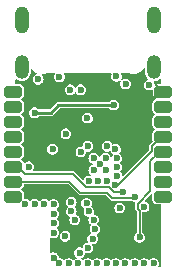
<source format=gbr>
%TF.GenerationSoftware,KiCad,Pcbnew,7.0.6*%
%TF.CreationDate,2023-09-20T23:26:58+02:00*%
%TF.ProjectId,epi_ESP32 (2023_01_16 13_30_41 UTC),6570695f-4553-4503-9332-202832303233,1_1*%
%TF.SameCoordinates,Original*%
%TF.FileFunction,Copper,L3,Inr*%
%TF.FilePolarity,Positive*%
%FSLAX46Y46*%
G04 Gerber Fmt 4.6, Leading zero omitted, Abs format (unit mm)*
G04 Created by KiCad (PCBNEW 7.0.6) date 2023-09-20 23:26:58*
%MOMM*%
%LPD*%
G01*
G04 APERTURE LIST*
G04 Aperture macros list*
%AMRoundRect*
0 Rectangle with rounded corners*
0 $1 Rounding radius*
0 $2 $3 $4 $5 $6 $7 $8 $9 X,Y pos of 4 corners*
0 Add a 4 corners polygon primitive as box body*
4,1,4,$2,$3,$4,$5,$6,$7,$8,$9,$2,$3,0*
0 Add four circle primitives for the rounded corners*
1,1,$1+$1,$2,$3*
1,1,$1+$1,$4,$5*
1,1,$1+$1,$6,$7*
1,1,$1+$1,$8,$9*
0 Add four rect primitives between the rounded corners*
20,1,$1+$1,$2,$3,$4,$5,0*
20,1,$1+$1,$4,$5,$6,$7,0*
20,1,$1+$1,$6,$7,$8,$9,0*
20,1,$1+$1,$8,$9,$2,$3,0*%
G04 Aperture macros list end*
%TA.AperFunction,ComponentPad*%
%ADD10O,1.200000X2.000000*%
%TD*%
%TA.AperFunction,ComponentPad*%
%ADD11O,1.200000X2.300000*%
%TD*%
%TA.AperFunction,ComponentPad*%
%ADD12RoundRect,0.250000X-0.500000X-0.250000X0.500000X-0.250000X0.500000X0.250000X-0.500000X0.250000X0*%
%TD*%
%TA.AperFunction,ViaPad*%
%ADD13C,0.600000*%
%TD*%
%TA.AperFunction,Conductor*%
%ADD14C,0.130000*%
%TD*%
%TA.AperFunction,Conductor*%
%ADD15C,0.250000*%
%TD*%
G04 APERTURE END LIST*
D10*
%TO.N,unconnected-(J3-SHIELD-PadS1)*%
%TO.C,J3*%
X109840000Y-55105000D03*
D11*
X109840000Y-51105000D03*
D10*
X98640000Y-55105000D03*
D11*
X98640000Y-51105000D03*
%TD*%
D12*
%TO.N,+3.3V*%
%TO.C,J2*%
X110592518Y-57150000D03*
%TO.N,GND*%
X110592518Y-58420000D03*
%TO.N,VCC*%
X110592518Y-59690000D03*
%TO.N,EN*%
X110592518Y-60960000D03*
%TO.N,BOOT*%
X110592518Y-62230000D03*
%TO.N,IO8*%
X110592518Y-63500000D03*
%TO.N,IO7*%
X110592518Y-64770000D03*
%TO.N,IO6*%
X110592518Y-66040000D03*
%TD*%
%TO.N,U0TXD*%
%TO.C,J1*%
X97892518Y-57150000D03*
%TO.N,U0RXD*%
X97892518Y-58420000D03*
%TO.N,IO0*%
X97892518Y-59690000D03*
%TO.N,IO1*%
X97892518Y-60960000D03*
%TO.N,IO2*%
X97892518Y-62230000D03*
%TO.N,IO3*%
X97892518Y-63500000D03*
%TO.N,IO4*%
X97892518Y-64770000D03*
%TO.N,IO5*%
X97892518Y-66040000D03*
%TD*%
D13*
%TO.N,BOOT*%
X108600000Y-69500000D03*
%TO.N,GND*%
X105220036Y-63300000D03*
X109000000Y-71700000D03*
X109800000Y-71700000D03*
X106600000Y-71700000D03*
X108200000Y-71700000D03*
X107400000Y-71700000D03*
%TO.N,IO0*%
X104305281Y-64731900D03*
%TO.N,IO1*%
X105054574Y-64749607D03*
%TO.N,IO2*%
X105804067Y-64745775D03*
%TO.N,+5V*%
X109420036Y-56600000D03*
X106640000Y-55855000D03*
X101820036Y-55900000D03*
%TO.N,GND*%
X103520036Y-70800000D03*
X103120036Y-68000000D03*
X104195036Y-59400000D03*
X105020036Y-71700000D03*
X104720036Y-62800000D03*
X104120036Y-66617081D03*
X98920036Y-66700000D03*
X99220036Y-63500000D03*
X104320036Y-67300000D03*
X104220036Y-71700000D03*
X101320036Y-71200000D03*
X101320036Y-68300000D03*
X102820036Y-67300000D03*
X102620036Y-71700000D03*
X105820036Y-71700000D03*
X104620036Y-69600000D03*
X104220036Y-70400000D03*
X104720036Y-68000000D03*
X102300000Y-69400000D03*
X107420036Y-56500000D03*
X99720036Y-66700000D03*
X105720036Y-63800000D03*
X104820036Y-68800000D03*
X101232134Y-62037902D03*
X105720036Y-62800000D03*
X101820036Y-71700000D03*
X102820036Y-66500000D03*
X101320036Y-66710000D03*
X108985500Y-66900000D03*
X104720036Y-63800000D03*
X100520036Y-66700000D03*
X100020036Y-56100000D03*
X101320036Y-67500000D03*
X106920036Y-67000000D03*
X103420036Y-71700000D03*
X101320036Y-69100000D03*
%TO.N,+3.3V*%
X102405536Y-59400000D03*
X105540036Y-67900000D03*
X109620036Y-67900000D03*
X107720036Y-59000000D03*
X100635036Y-65800000D03*
%TO.N,IO3*%
X107220036Y-65666775D03*
%TO.N,D+*%
X102720036Y-57000000D03*
X103642889Y-62251013D03*
%TO.N,D-*%
X104232169Y-61787867D03*
X103620036Y-57000000D03*
%TO.N,IO4*%
X108223832Y-66040684D03*
%TO.N,IO8*%
X106562914Y-62029500D03*
%TO.N,IO5*%
X106694275Y-64312553D03*
%TO.N,EN*%
X106501815Y-65036924D03*
%TO.N,BOOT*%
X105851172Y-61779520D03*
%TO.N,U0RXD*%
X102370036Y-60725000D03*
%TO.N,IO7*%
X106669536Y-62808045D03*
%TO.N,IO6*%
X106669536Y-63557548D03*
%TO.N,VCC*%
X106400000Y-58300000D03*
X99720036Y-58934500D03*
%TD*%
D14*
%TO.N,IO3*%
X98920036Y-64100000D02*
X98319962Y-63499926D01*
X102945061Y-64100000D02*
X98920036Y-64100000D01*
X104109668Y-65264607D02*
X102945061Y-64100000D01*
X106403346Y-65666775D02*
X106001178Y-65264607D01*
X107220036Y-65666775D02*
X106403346Y-65666775D01*
X106001178Y-65264607D02*
X104109668Y-65264607D01*
%TO.N,BOOT*%
X109500000Y-63068869D02*
X110338445Y-62230424D01*
X108470500Y-66629500D02*
X109500000Y-65600000D01*
X108470500Y-67113320D02*
X108470500Y-66629500D01*
X108600000Y-69500000D02*
X108600000Y-67242820D01*
X108600000Y-67242820D02*
X108470500Y-67113320D01*
X109500000Y-65600000D02*
X109500000Y-63068869D01*
D15*
%TO.N,VCC*%
X101720036Y-58300000D02*
X101085536Y-58934500D01*
X101085536Y-58934500D02*
X99720036Y-58934500D01*
X106400000Y-58300000D02*
X101720036Y-58300000D01*
D14*
%TO.N,IO4*%
X103600000Y-65700000D02*
X102669926Y-64769926D01*
X106302071Y-66181775D02*
X105820296Y-65700000D01*
X102669926Y-64769926D02*
X98157963Y-64769926D01*
X108082741Y-66181775D02*
X106302071Y-66181775D01*
X108223832Y-66040684D02*
X108082741Y-66181775D01*
X105820296Y-65700000D02*
X103600000Y-65700000D01*
%TO.N,EN*%
X110336332Y-61078577D02*
X110336332Y-60960426D01*
X109627518Y-62172482D02*
X109627518Y-61787391D01*
X109627518Y-61787391D02*
X110336332Y-61078577D01*
X106763076Y-65036924D02*
X109627518Y-62172482D01*
X106501815Y-65036924D02*
X106763076Y-65036924D01*
D15*
%TO.N,+3.3V*%
X109567518Y-57853011D02*
X110269992Y-57150537D01*
%TD*%
%TA.AperFunction,Conductor*%
%TO.N,+3.3V*%
G36*
X102599408Y-65004171D02*
G01*
X103443038Y-65847802D01*
X103444191Y-65849016D01*
X103470503Y-65878238D01*
X103479570Y-65882275D01*
X103492252Y-65887921D01*
X103501075Y-65892711D01*
X103521046Y-65905681D01*
X103529946Y-65907090D01*
X103545963Y-65911835D01*
X103554194Y-65915500D01*
X103578006Y-65915500D01*
X103588017Y-65916288D01*
X103611530Y-65920012D01*
X103619031Y-65918002D01*
X103620230Y-65917681D01*
X103636794Y-65915500D01*
X105704523Y-65915500D01*
X105749778Y-65934245D01*
X106145109Y-66329576D01*
X106146262Y-66330791D01*
X106172572Y-66360012D01*
X106194325Y-66369697D01*
X106203150Y-66374488D01*
X106223118Y-66387456D01*
X106227015Y-66388073D01*
X106232013Y-66388865D01*
X106248033Y-66393610D01*
X106256265Y-66397275D01*
X106280077Y-66397275D01*
X106290088Y-66398063D01*
X106313601Y-66401787D01*
X106322307Y-66399454D01*
X106338865Y-66397275D01*
X107926634Y-66397275D01*
X107961235Y-66407435D01*
X107992594Y-66427588D01*
X108034763Y-66454688D01*
X108159060Y-66491184D01*
X108159062Y-66491184D01*
X108197637Y-66491184D01*
X108242892Y-66509929D01*
X108261637Y-66555184D01*
X108256104Y-66581215D01*
X108255000Y-66583694D01*
X108255000Y-66607505D01*
X108254212Y-66617516D01*
X108250488Y-66641029D01*
X108250488Y-66641030D01*
X108252819Y-66649730D01*
X108255000Y-66666293D01*
X108255000Y-67106846D01*
X108254956Y-67108521D01*
X108252898Y-67147782D01*
X108252899Y-67147790D01*
X108261431Y-67170017D01*
X108264283Y-67179645D01*
X108269231Y-67202926D01*
X108269232Y-67202928D01*
X108269233Y-67202930D01*
X108274528Y-67210219D01*
X108282498Y-67224897D01*
X108285728Y-67233311D01*
X108302567Y-67250150D01*
X108309089Y-67257787D01*
X108323079Y-67277043D01*
X108323082Y-67277046D01*
X108330877Y-67281546D01*
X108344135Y-67291718D01*
X108365755Y-67313338D01*
X108384500Y-67358593D01*
X108384500Y-69068035D01*
X108365755Y-69113290D01*
X108355101Y-69121875D01*
X108301951Y-69156032D01*
X108301949Y-69156034D01*
X108217118Y-69253936D01*
X108217116Y-69253939D01*
X108163303Y-69371771D01*
X108144867Y-69500000D01*
X108163303Y-69628228D01*
X108217116Y-69746060D01*
X108217118Y-69746063D01*
X108301951Y-69843967D01*
X108410931Y-69914004D01*
X108535228Y-69950500D01*
X108535229Y-69950500D01*
X108664771Y-69950500D01*
X108664772Y-69950500D01*
X108789069Y-69914004D01*
X108898049Y-69843967D01*
X108982882Y-69746063D01*
X109036697Y-69628226D01*
X109055133Y-69500000D01*
X109036697Y-69371774D01*
X108982882Y-69253937D01*
X108898049Y-69156033D01*
X108898048Y-69156032D01*
X108844899Y-69121875D01*
X108816962Y-69081639D01*
X108815500Y-69068035D01*
X108815500Y-67405096D01*
X108834245Y-67359841D01*
X108879500Y-67341096D01*
X108897531Y-67343689D01*
X108920727Y-67350500D01*
X108920728Y-67350500D01*
X109050271Y-67350500D01*
X109050272Y-67350500D01*
X109174569Y-67314004D01*
X109283549Y-67243967D01*
X109368382Y-67146063D01*
X109422197Y-67028226D01*
X109440633Y-66900000D01*
X109422197Y-66771774D01*
X109393985Y-66710000D01*
X109368383Y-66653939D01*
X109368381Y-66653936D01*
X109336823Y-66617516D01*
X109283549Y-66556033D01*
X109283548Y-66556032D01*
X109174570Y-66485996D01*
X109080325Y-66458324D01*
X109042185Y-66427588D01*
X109036948Y-66378885D01*
X109053099Y-66351663D01*
X109582764Y-65821997D01*
X109628018Y-65803253D01*
X109673273Y-65821998D01*
X109692018Y-65867253D01*
X109692018Y-66321516D01*
X109706871Y-66415300D01*
X109706874Y-66415308D01*
X109745654Y-66491419D01*
X109764468Y-66528342D01*
X109854176Y-66618050D01*
X109854180Y-66618052D01*
X109928719Y-66656032D01*
X109967214Y-66675646D01*
X110060999Y-66690500D01*
X110346473Y-66690499D01*
X110391728Y-66709244D01*
X110410473Y-66754392D01*
X110419095Y-71935393D01*
X110400425Y-71980679D01*
X110355202Y-71999500D01*
X110258064Y-71999500D01*
X110212809Y-71980755D01*
X110194064Y-71935500D01*
X110199848Y-71908913D01*
X110236696Y-71828228D01*
X110236695Y-71828228D01*
X110236697Y-71828226D01*
X110255133Y-71700000D01*
X110236697Y-71571774D01*
X110222969Y-71541715D01*
X110182883Y-71453939D01*
X110182881Y-71453936D01*
X110098050Y-71356034D01*
X110098048Y-71356032D01*
X109989069Y-71285996D01*
X109978000Y-71282746D01*
X109864772Y-71249500D01*
X109735228Y-71249500D01*
X109610931Y-71285996D01*
X109610929Y-71285996D01*
X109501951Y-71356032D01*
X109501949Y-71356034D01*
X109448368Y-71417872D01*
X109404566Y-71439798D01*
X109358089Y-71424329D01*
X109351632Y-71417872D01*
X109298050Y-71356034D01*
X109298048Y-71356032D01*
X109189069Y-71285996D01*
X109178000Y-71282746D01*
X109064772Y-71249500D01*
X108935228Y-71249500D01*
X108810931Y-71285996D01*
X108810929Y-71285996D01*
X108701951Y-71356032D01*
X108701949Y-71356034D01*
X108648368Y-71417872D01*
X108604566Y-71439798D01*
X108558089Y-71424329D01*
X108551632Y-71417872D01*
X108498050Y-71356034D01*
X108498048Y-71356032D01*
X108389069Y-71285996D01*
X108378000Y-71282746D01*
X108264772Y-71249500D01*
X108135228Y-71249500D01*
X108010931Y-71285996D01*
X108010929Y-71285996D01*
X107901951Y-71356032D01*
X107901949Y-71356034D01*
X107848368Y-71417872D01*
X107804566Y-71439798D01*
X107758089Y-71424329D01*
X107751632Y-71417872D01*
X107698050Y-71356034D01*
X107698048Y-71356032D01*
X107589069Y-71285996D01*
X107578000Y-71282746D01*
X107464772Y-71249500D01*
X107335228Y-71249500D01*
X107210931Y-71285996D01*
X107210929Y-71285996D01*
X107101951Y-71356032D01*
X107101949Y-71356034D01*
X107048368Y-71417872D01*
X107004566Y-71439798D01*
X106958089Y-71424329D01*
X106951632Y-71417872D01*
X106898050Y-71356034D01*
X106898048Y-71356032D01*
X106789069Y-71285996D01*
X106778000Y-71282746D01*
X106664772Y-71249500D01*
X106535228Y-71249500D01*
X106410931Y-71285996D01*
X106410929Y-71285996D01*
X106301951Y-71356032D01*
X106301949Y-71356034D01*
X106258386Y-71406309D01*
X106214583Y-71428235D01*
X106168107Y-71412766D01*
X106161650Y-71406309D01*
X106118086Y-71356034D01*
X106118084Y-71356032D01*
X106009105Y-71285996D01*
X105998036Y-71282746D01*
X105884808Y-71249500D01*
X105755264Y-71249500D01*
X105630967Y-71285996D01*
X105630965Y-71285996D01*
X105521987Y-71356032D01*
X105521985Y-71356034D01*
X105468404Y-71417871D01*
X105424602Y-71439797D01*
X105378125Y-71424328D01*
X105371668Y-71417871D01*
X105318086Y-71356034D01*
X105318084Y-71356032D01*
X105209105Y-71285996D01*
X105198036Y-71282746D01*
X105084808Y-71249500D01*
X104955264Y-71249500D01*
X104830967Y-71285996D01*
X104830965Y-71285996D01*
X104721987Y-71356032D01*
X104721985Y-71356034D01*
X104668404Y-71417871D01*
X104624602Y-71439797D01*
X104578125Y-71424328D01*
X104571668Y-71417871D01*
X104518086Y-71356034D01*
X104518084Y-71356032D01*
X104409105Y-71285996D01*
X104398036Y-71282746D01*
X104284808Y-71249500D01*
X104155264Y-71249500D01*
X104030967Y-71285996D01*
X104030965Y-71285996D01*
X103921987Y-71356032D01*
X103921985Y-71356034D01*
X103868404Y-71417871D01*
X103824602Y-71439797D01*
X103778125Y-71424328D01*
X103771668Y-71417871D01*
X103718086Y-71356034D01*
X103718085Y-71356033D01*
X103681467Y-71332500D01*
X103653531Y-71292263D01*
X103662229Y-71244058D01*
X103698039Y-71217253D01*
X103709105Y-71214004D01*
X103818085Y-71143967D01*
X103902918Y-71046063D01*
X103956733Y-70928226D01*
X103964986Y-70870821D01*
X103989980Y-70828698D01*
X104037442Y-70816583D01*
X104046349Y-70818520D01*
X104155264Y-70850500D01*
X104155266Y-70850500D01*
X104284807Y-70850500D01*
X104284808Y-70850500D01*
X104409105Y-70814004D01*
X104518085Y-70743967D01*
X104602918Y-70646063D01*
X104656733Y-70528226D01*
X104675169Y-70400000D01*
X104656733Y-70271774D01*
X104602918Y-70153937D01*
X104602916Y-70153935D01*
X104600443Y-70150086D01*
X104602510Y-70148757D01*
X104589594Y-70109920D01*
X104611529Y-70066123D01*
X104653430Y-70050500D01*
X104684807Y-70050500D01*
X104684808Y-70050500D01*
X104809105Y-70014004D01*
X104918085Y-69943967D01*
X105002918Y-69846063D01*
X105056733Y-69728226D01*
X105075169Y-69600000D01*
X105056733Y-69471774D01*
X105043005Y-69441715D01*
X105002919Y-69353939D01*
X105002917Y-69353936D01*
X104972727Y-69319094D01*
X104957259Y-69272617D01*
X104979186Y-69228815D01*
X105003066Y-69215777D01*
X105009105Y-69214004D01*
X105118085Y-69143967D01*
X105202918Y-69046063D01*
X105256733Y-68928226D01*
X105275169Y-68800000D01*
X105256733Y-68671774D01*
X105245034Y-68646158D01*
X105202919Y-68553939D01*
X105202917Y-68553936D01*
X105118086Y-68456034D01*
X105118084Y-68456032D01*
X105074816Y-68428226D01*
X105053614Y-68414600D01*
X105025679Y-68374365D01*
X105034376Y-68326160D01*
X105039843Y-68318855D01*
X105102918Y-68246063D01*
X105156733Y-68128226D01*
X105175169Y-68000000D01*
X105156733Y-67871774D01*
X105145034Y-67846158D01*
X105102919Y-67753939D01*
X105102917Y-67753936D01*
X105068315Y-67714003D01*
X105018085Y-67656033D01*
X105018084Y-67656032D01*
X104909105Y-67585996D01*
X104870255Y-67574589D01*
X104784808Y-67549500D01*
X104784806Y-67549500D01*
X104782085Y-67548701D01*
X104743944Y-67517965D01*
X104738707Y-67469263D01*
X104741893Y-67460718D01*
X104756733Y-67428226D01*
X104775169Y-67300000D01*
X104756733Y-67171774D01*
X104750572Y-67158284D01*
X104702919Y-67053939D01*
X104702917Y-67053936D01*
X104656182Y-67000000D01*
X106464903Y-67000000D01*
X106483339Y-67128228D01*
X106537152Y-67246060D01*
X106537154Y-67246063D01*
X106611689Y-67332083D01*
X106621987Y-67343967D01*
X106730967Y-67414004D01*
X106855264Y-67450500D01*
X106855265Y-67450500D01*
X106984807Y-67450500D01*
X106984808Y-67450500D01*
X107109105Y-67414004D01*
X107218085Y-67343967D01*
X107302918Y-67246063D01*
X107356733Y-67128226D01*
X107375169Y-67000000D01*
X107356733Y-66871774D01*
X107354773Y-66867483D01*
X107302919Y-66753939D01*
X107302917Y-66753936D01*
X107218086Y-66656034D01*
X107218084Y-66656032D01*
X107109105Y-66585996D01*
X107047014Y-66567765D01*
X106984808Y-66549500D01*
X106855264Y-66549500D01*
X106730967Y-66585996D01*
X106730965Y-66585996D01*
X106621987Y-66656032D01*
X106621985Y-66656034D01*
X106537154Y-66753936D01*
X106537152Y-66753939D01*
X106483339Y-66871771D01*
X106464903Y-67000000D01*
X104656182Y-67000000D01*
X104618086Y-66956034D01*
X104618084Y-66956032D01*
X104552059Y-66913601D01*
X104542905Y-66907718D01*
X104514970Y-66867483D01*
X104519291Y-66827292D01*
X104556732Y-66745309D01*
X104556731Y-66745309D01*
X104556733Y-66745307D01*
X104575169Y-66617081D01*
X104556733Y-66488855D01*
X104555427Y-66485996D01*
X104502919Y-66371020D01*
X104502917Y-66371017D01*
X104498598Y-66366033D01*
X104418085Y-66273114D01*
X104418084Y-66273113D01*
X104309105Y-66203077D01*
X104309104Y-66203077D01*
X104184808Y-66166581D01*
X104055264Y-66166581D01*
X103930967Y-66203077D01*
X103930965Y-66203077D01*
X103821987Y-66273113D01*
X103821985Y-66273115D01*
X103737154Y-66371017D01*
X103737152Y-66371020D01*
X103683339Y-66488852D01*
X103664903Y-66617081D01*
X103683339Y-66745309D01*
X103737152Y-66863141D01*
X103737154Y-66863144D01*
X103821985Y-66961046D01*
X103821987Y-66961048D01*
X103897165Y-67009362D01*
X103925101Y-67049598D01*
X103920780Y-67089789D01*
X103883339Y-67171771D01*
X103864903Y-67300000D01*
X103883339Y-67428228D01*
X103937152Y-67546060D01*
X103937154Y-67546063D01*
X104008347Y-67628226D01*
X104021987Y-67643967D01*
X104130967Y-67714004D01*
X104255264Y-67750500D01*
X104255268Y-67750500D01*
X104257986Y-67751298D01*
X104296127Y-67782033D01*
X104301364Y-67830736D01*
X104298173Y-67839292D01*
X104283339Y-67871772D01*
X104264903Y-68000000D01*
X104283339Y-68128228D01*
X104337152Y-68246060D01*
X104337154Y-68246063D01*
X104421987Y-68343967D01*
X104486456Y-68385399D01*
X104514392Y-68425633D01*
X104505695Y-68473839D01*
X104500224Y-68481148D01*
X104437154Y-68553936D01*
X104437152Y-68553939D01*
X104383339Y-68671771D01*
X104364903Y-68800000D01*
X104383339Y-68928228D01*
X104437152Y-69046060D01*
X104437154Y-69046063D01*
X104467344Y-69080905D01*
X104482812Y-69127382D01*
X104460885Y-69171184D01*
X104437007Y-69184222D01*
X104430970Y-69185994D01*
X104430965Y-69185996D01*
X104321987Y-69256032D01*
X104321985Y-69256034D01*
X104237154Y-69353936D01*
X104237152Y-69353939D01*
X104183339Y-69471771D01*
X104164903Y-69600000D01*
X104183339Y-69728228D01*
X104237152Y-69846060D01*
X104239629Y-69849914D01*
X104237561Y-69851242D01*
X104250478Y-69890080D01*
X104228543Y-69933877D01*
X104186642Y-69949500D01*
X104155264Y-69949500D01*
X104030967Y-69985996D01*
X104030965Y-69985996D01*
X103921987Y-70056032D01*
X103921985Y-70056034D01*
X103837154Y-70153936D01*
X103837152Y-70153939D01*
X103783339Y-70271772D01*
X103783338Y-70271775D01*
X103775085Y-70329176D01*
X103750090Y-70371302D01*
X103702628Y-70383415D01*
X103693708Y-70381475D01*
X103584808Y-70349500D01*
X103455264Y-70349500D01*
X103330967Y-70385996D01*
X103330965Y-70385996D01*
X103221987Y-70456032D01*
X103221985Y-70456034D01*
X103137154Y-70553936D01*
X103137152Y-70553939D01*
X103083339Y-70671771D01*
X103064903Y-70800000D01*
X103083339Y-70928228D01*
X103137152Y-71046060D01*
X103137154Y-71046063D01*
X103221985Y-71143965D01*
X103221987Y-71143967D01*
X103258603Y-71167499D01*
X103286540Y-71207735D01*
X103277842Y-71255940D01*
X103242033Y-71282746D01*
X103230972Y-71285993D01*
X103230965Y-71285996D01*
X103121987Y-71356032D01*
X103121985Y-71356034D01*
X103068404Y-71417871D01*
X103024602Y-71439797D01*
X102978125Y-71424328D01*
X102971668Y-71417871D01*
X102918086Y-71356034D01*
X102918084Y-71356032D01*
X102809105Y-71285996D01*
X102798036Y-71282746D01*
X102684808Y-71249500D01*
X102555264Y-71249500D01*
X102430967Y-71285996D01*
X102430965Y-71285996D01*
X102321987Y-71356032D01*
X102321985Y-71356034D01*
X102268404Y-71417871D01*
X102224602Y-71439797D01*
X102178125Y-71424328D01*
X102171668Y-71417871D01*
X102118086Y-71356034D01*
X102118084Y-71356032D01*
X102009105Y-71285996D01*
X101998036Y-71282746D01*
X101884808Y-71249500D01*
X101884807Y-71249500D01*
X101837742Y-71249500D01*
X101792487Y-71230755D01*
X101774394Y-71194610D01*
X101756733Y-71071774D01*
X101702918Y-70953937D01*
X101630901Y-70870824D01*
X101618086Y-70856034D01*
X101618084Y-70856032D01*
X101509105Y-70785996D01*
X101470565Y-70774680D01*
X101384808Y-70749500D01*
X101255264Y-70749500D01*
X101130967Y-70785996D01*
X101130966Y-70785996D01*
X101118635Y-70793921D01*
X101070429Y-70802617D01*
X101030194Y-70774680D01*
X101020035Y-70740080D01*
X101020035Y-69559919D01*
X101038780Y-69514664D01*
X101084035Y-69495919D01*
X101118634Y-69506078D01*
X101130967Y-69514004D01*
X101255264Y-69550500D01*
X101255265Y-69550500D01*
X101384807Y-69550500D01*
X101384808Y-69550500D01*
X101509105Y-69514004D01*
X101618085Y-69443967D01*
X101702918Y-69346063D01*
X101736496Y-69272536D01*
X101749370Y-69260550D01*
X101839587Y-69260550D01*
X101854677Y-69276758D01*
X101858061Y-69308232D01*
X101844867Y-69399999D01*
X101863303Y-69528228D01*
X101917116Y-69646060D01*
X101917118Y-69646063D01*
X101988311Y-69728226D01*
X102001951Y-69743967D01*
X102110931Y-69814004D01*
X102235228Y-69850500D01*
X102235229Y-69850500D01*
X102364771Y-69850500D01*
X102364772Y-69850500D01*
X102489069Y-69814004D01*
X102598049Y-69743967D01*
X102682882Y-69646063D01*
X102736697Y-69528226D01*
X102755133Y-69400000D01*
X102736697Y-69271774D01*
X102729508Y-69256033D01*
X102682883Y-69153939D01*
X102682881Y-69153936D01*
X102655100Y-69121875D01*
X102598049Y-69056033D01*
X102598048Y-69056032D01*
X102489069Y-68985996D01*
X102440622Y-68971771D01*
X102364772Y-68949500D01*
X102235228Y-68949500D01*
X102110931Y-68985996D01*
X102110929Y-68985996D01*
X102001951Y-69056032D01*
X102001949Y-69056034D01*
X101917118Y-69153936D01*
X101917116Y-69153939D01*
X101883539Y-69227462D01*
X101847688Y-69260840D01*
X101839587Y-69260550D01*
X101749370Y-69260550D01*
X101772346Y-69239159D01*
X101780448Y-69239448D01*
X101765358Y-69223240D01*
X101761974Y-69191770D01*
X101775169Y-69100000D01*
X101756733Y-68971774D01*
X101702918Y-68853937D01*
X101656182Y-68800000D01*
X101618086Y-68756034D01*
X101618082Y-68756030D01*
X101614676Y-68753842D01*
X101586737Y-68713608D01*
X101595432Y-68665402D01*
X101614676Y-68646158D01*
X101618082Y-68643969D01*
X101618082Y-68643968D01*
X101618085Y-68643967D01*
X101702918Y-68546063D01*
X101756733Y-68428226D01*
X101775169Y-68300000D01*
X101756733Y-68171774D01*
X101702918Y-68053937D01*
X101656182Y-68000000D01*
X101618086Y-67956034D01*
X101618082Y-67956030D01*
X101614676Y-67953842D01*
X101586737Y-67913608D01*
X101595432Y-67865402D01*
X101614676Y-67846158D01*
X101618082Y-67843969D01*
X101618082Y-67843968D01*
X101618085Y-67843967D01*
X101702918Y-67746063D01*
X101756733Y-67628226D01*
X101775169Y-67500000D01*
X101756733Y-67371774D01*
X101751283Y-67359841D01*
X101723954Y-67300000D01*
X102364903Y-67300000D01*
X102383339Y-67428228D01*
X102437152Y-67546060D01*
X102437154Y-67546063D01*
X102521985Y-67643965D01*
X102521987Y-67643967D01*
X102540760Y-67656032D01*
X102630967Y-67714004D01*
X102669810Y-67725409D01*
X102707950Y-67756143D01*
X102713187Y-67804846D01*
X102709996Y-67813402D01*
X102683339Y-67871772D01*
X102664903Y-68000000D01*
X102683339Y-68128228D01*
X102737152Y-68246060D01*
X102737154Y-68246063D01*
X102821987Y-68343967D01*
X102930967Y-68414004D01*
X103055264Y-68450500D01*
X103055265Y-68450500D01*
X103184807Y-68450500D01*
X103184808Y-68450500D01*
X103309105Y-68414004D01*
X103418085Y-68343967D01*
X103502918Y-68246063D01*
X103556733Y-68128226D01*
X103575169Y-68000000D01*
X103556733Y-67871774D01*
X103545034Y-67846158D01*
X103502919Y-67753939D01*
X103502917Y-67753936D01*
X103468315Y-67714003D01*
X103418085Y-67656033D01*
X103418084Y-67656032D01*
X103309106Y-67585996D01*
X103309101Y-67585994D01*
X103270260Y-67574589D01*
X103232120Y-67543853D01*
X103226885Y-67495150D01*
X103230076Y-67486595D01*
X103237992Y-67469263D01*
X103256733Y-67428226D01*
X103275169Y-67300000D01*
X103256733Y-67171774D01*
X103250572Y-67158284D01*
X103202919Y-67053939D01*
X103202917Y-67053936D01*
X103118086Y-66956034D01*
X103118080Y-66956029D01*
X103114671Y-66953838D01*
X103086736Y-66913601D01*
X103095435Y-66865396D01*
X103114679Y-66846155D01*
X103118085Y-66843967D01*
X103202918Y-66746063D01*
X103256733Y-66628226D01*
X103275169Y-66500000D01*
X103256733Y-66371774D01*
X103256720Y-66371746D01*
X103202919Y-66253939D01*
X103202917Y-66253936D01*
X103118086Y-66156034D01*
X103118084Y-66156032D01*
X103009105Y-66085996D01*
X102884808Y-66049500D01*
X102755264Y-66049500D01*
X102630967Y-66085996D01*
X102630965Y-66085996D01*
X102521987Y-66156032D01*
X102521985Y-66156034D01*
X102437154Y-66253936D01*
X102437152Y-66253939D01*
X102383339Y-66371771D01*
X102364903Y-66500000D01*
X102383339Y-66628228D01*
X102437152Y-66746060D01*
X102437154Y-66746063D01*
X102508347Y-66828226D01*
X102521987Y-66843967D01*
X102525401Y-66846161D01*
X102553336Y-66886398D01*
X102544637Y-66934603D01*
X102525401Y-66953839D01*
X102521986Y-66956033D01*
X102521985Y-66956034D01*
X102437154Y-67053936D01*
X102437152Y-67053939D01*
X102383339Y-67171771D01*
X102364903Y-67300000D01*
X101723954Y-67300000D01*
X101702919Y-67253939D01*
X101702917Y-67253936D01*
X101699636Y-67250150D01*
X101634274Y-67174716D01*
X101618087Y-67156035D01*
X101615011Y-67153370D01*
X101593083Y-67109568D01*
X101608550Y-67063091D01*
X101615011Y-67056630D01*
X101618079Y-67053970D01*
X101618085Y-67053967D01*
X101702918Y-66956063D01*
X101756733Y-66838226D01*
X101775169Y-66710000D01*
X101756733Y-66581774D01*
X101750335Y-66567765D01*
X101702919Y-66463939D01*
X101702917Y-66463936D01*
X101667335Y-66422872D01*
X101660501Y-66414984D01*
X101618086Y-66366034D01*
X101618084Y-66366032D01*
X101509105Y-66295996D01*
X101475047Y-66285996D01*
X101384808Y-66259500D01*
X101255264Y-66259500D01*
X101130967Y-66295996D01*
X101130965Y-66295996D01*
X101021987Y-66366032D01*
X101021985Y-66366034D01*
X100972736Y-66422872D01*
X100928934Y-66444798D01*
X100882457Y-66429329D01*
X100876000Y-66422872D01*
X100818085Y-66356033D01*
X100818084Y-66356032D01*
X100709105Y-66285996D01*
X100665228Y-66273113D01*
X100584808Y-66249500D01*
X100455264Y-66249500D01*
X100330967Y-66285996D01*
X100330965Y-66285996D01*
X100221987Y-66356032D01*
X100221985Y-66356034D01*
X100168404Y-66417871D01*
X100124602Y-66439797D01*
X100078125Y-66424328D01*
X100071668Y-66417871D01*
X100018086Y-66356034D01*
X100018084Y-66356032D01*
X99909105Y-66285996D01*
X99865228Y-66273113D01*
X99784808Y-66249500D01*
X99655264Y-66249500D01*
X99530967Y-66285996D01*
X99530965Y-66285996D01*
X99421987Y-66356032D01*
X99421985Y-66356034D01*
X99368404Y-66417871D01*
X99324602Y-66439797D01*
X99278125Y-66424328D01*
X99271668Y-66417871D01*
X99218086Y-66356034D01*
X99218084Y-66356032D01*
X99109105Y-66285996D01*
X99065228Y-66273113D01*
X98984808Y-66249500D01*
X98857017Y-66249500D01*
X98811762Y-66230755D01*
X98793017Y-66185500D01*
X98793017Y-65758483D01*
X98792682Y-65756368D01*
X98778164Y-65664696D01*
X98720568Y-65551658D01*
X98630860Y-65461950D01*
X98630855Y-65461947D01*
X98626782Y-65458987D01*
X98627531Y-65457955D01*
X98599195Y-65424781D01*
X98603035Y-65375948D01*
X98627281Y-65351701D01*
X98626782Y-65351013D01*
X98630857Y-65348052D01*
X98630857Y-65348051D01*
X98630860Y-65348050D01*
X98720568Y-65258342D01*
X98778164Y-65145304D01*
X98793018Y-65051519D01*
X98793018Y-65049426D01*
X98811763Y-65004171D01*
X98857018Y-64985426D01*
X102554153Y-64985426D01*
X102599408Y-65004171D01*
G37*
%TD.AperFunction*%
%TA.AperFunction,Conductor*%
G36*
X109059530Y-55183674D02*
G01*
X109087890Y-55223612D01*
X109089500Y-55237877D01*
X109089500Y-55548709D01*
X109091332Y-55564382D01*
X109104758Y-55679252D01*
X109104758Y-55679254D01*
X109104759Y-55679255D01*
X109122053Y-55726771D01*
X109164763Y-55844117D01*
X109164763Y-55844118D01*
X109261170Y-55990697D01*
X109330748Y-56056340D01*
X109350802Y-56101031D01*
X109333381Y-56146811D01*
X109304859Y-56164300D01*
X109230967Y-56185996D01*
X109230965Y-56185996D01*
X109121987Y-56256032D01*
X109121985Y-56256034D01*
X109037154Y-56353936D01*
X109037152Y-56353939D01*
X108983339Y-56471771D01*
X108964903Y-56600000D01*
X108983339Y-56728228D01*
X109037152Y-56846060D01*
X109037154Y-56846063D01*
X109113460Y-56934127D01*
X109121987Y-56943967D01*
X109230967Y-57014004D01*
X109355264Y-57050500D01*
X109355265Y-57050500D01*
X109484807Y-57050500D01*
X109484808Y-57050500D01*
X109609105Y-57014004D01*
X109613914Y-57010912D01*
X109662119Y-57002213D01*
X109702356Y-57030147D01*
X109712518Y-57064751D01*
X109712518Y-57436054D01*
X109723280Y-57509927D01*
X109778980Y-57623862D01*
X109868655Y-57713537D01*
X109874692Y-57716488D01*
X109907118Y-57753203D01*
X109904086Y-57802092D01*
X109875644Y-57831011D01*
X109854177Y-57841949D01*
X109764466Y-57931660D01*
X109764465Y-57931662D01*
X109706874Y-58044690D01*
X109706871Y-58044697D01*
X109700329Y-58086006D01*
X109693547Y-58128831D01*
X109692018Y-58138483D01*
X109692018Y-58701516D01*
X109706871Y-58795300D01*
X109706874Y-58795308D01*
X109712461Y-58806274D01*
X109764468Y-58908342D01*
X109854176Y-58998050D01*
X109854181Y-58998052D01*
X109858254Y-59001013D01*
X109857504Y-59002043D01*
X109885842Y-59035225D01*
X109881998Y-59084057D01*
X109857754Y-59108300D01*
X109858254Y-59108987D01*
X109854178Y-59111948D01*
X109764466Y-59201660D01*
X109764465Y-59201662D01*
X109706874Y-59314690D01*
X109706871Y-59314697D01*
X109692018Y-59408483D01*
X109692018Y-59971516D01*
X109706871Y-60065300D01*
X109706872Y-60065304D01*
X109764468Y-60178342D01*
X109854176Y-60268050D01*
X109854181Y-60268052D01*
X109858254Y-60271013D01*
X109857504Y-60272043D01*
X109885842Y-60305225D01*
X109881998Y-60354057D01*
X109857754Y-60378300D01*
X109858254Y-60378987D01*
X109854178Y-60381948D01*
X109764466Y-60471660D01*
X109764465Y-60471662D01*
X109706874Y-60584690D01*
X109706871Y-60584697D01*
X109692018Y-60678483D01*
X109692018Y-61241516D01*
X109706871Y-61335300D01*
X109706874Y-61335309D01*
X109708706Y-61338905D01*
X109712545Y-61387738D01*
X109696934Y-61413210D01*
X109479705Y-61630439D01*
X109478490Y-61631592D01*
X109449281Y-61657892D01*
X109449280Y-61657893D01*
X109449280Y-61657894D01*
X109448502Y-61659641D01*
X109439595Y-61679645D01*
X109434805Y-61688465D01*
X109421837Y-61708435D01*
X109421837Y-61708436D01*
X109420425Y-61717344D01*
X109415684Y-61733348D01*
X109412018Y-61741584D01*
X109412018Y-61765396D01*
X109411230Y-61775407D01*
X109408627Y-61791841D01*
X109407506Y-61798921D01*
X109409837Y-61807621D01*
X109412018Y-61824184D01*
X109412018Y-62056708D01*
X109393273Y-62101963D01*
X107243998Y-64251237D01*
X107198743Y-64269982D01*
X107153488Y-64251237D01*
X107135395Y-64215091D01*
X107130972Y-64184327D01*
X107077157Y-64066490D01*
X107041425Y-64025253D01*
X106989327Y-63965127D01*
X106990622Y-63964004D01*
X106971441Y-63925693D01*
X106986906Y-63879216D01*
X107052418Y-63803611D01*
X107106233Y-63685774D01*
X107124669Y-63557548D01*
X107106233Y-63429322D01*
X107106231Y-63429318D01*
X107052419Y-63311487D01*
X107052417Y-63311484D01*
X106977226Y-63224707D01*
X106961757Y-63178230D01*
X106977226Y-63140885D01*
X107052418Y-63054108D01*
X107106233Y-62936271D01*
X107124669Y-62808045D01*
X107106233Y-62679819D01*
X107104490Y-62676003D01*
X107052419Y-62561984D01*
X107052417Y-62561981D01*
X106967586Y-62464079D01*
X106967584Y-62464077D01*
X106910803Y-62427586D01*
X106882867Y-62387350D01*
X106891564Y-62339145D01*
X106897031Y-62331841D01*
X106945796Y-62275563D01*
X106999611Y-62157726D01*
X107018047Y-62029500D01*
X106999611Y-61901274D01*
X106978339Y-61854696D01*
X106945797Y-61783439D01*
X106945795Y-61783436D01*
X106860964Y-61685534D01*
X106860962Y-61685532D01*
X106751983Y-61615496D01*
X106749507Y-61614769D01*
X106627686Y-61579000D01*
X106498142Y-61579000D01*
X106373845Y-61615496D01*
X106373843Y-61615496D01*
X106373843Y-61615497D01*
X106356871Y-61626404D01*
X106308665Y-61635100D01*
X106268430Y-61607163D01*
X106264059Y-61599158D01*
X106234054Y-61533457D01*
X106160298Y-61448337D01*
X106149222Y-61435554D01*
X106149220Y-61435552D01*
X106040241Y-61365516D01*
X105915944Y-61329020D01*
X105786400Y-61329020D01*
X105662103Y-61365516D01*
X105662101Y-61365516D01*
X105553123Y-61435552D01*
X105553121Y-61435554D01*
X105468290Y-61533456D01*
X105468288Y-61533459D01*
X105414475Y-61651291D01*
X105396039Y-61779520D01*
X105414475Y-61907748D01*
X105468288Y-62025580D01*
X105468290Y-62025583D01*
X105534472Y-62101963D01*
X105553123Y-62123487D01*
X105662103Y-62193524D01*
X105766211Y-62224092D01*
X105788782Y-62242281D01*
X105792355Y-62237849D01*
X105823027Y-62230020D01*
X105915943Y-62230020D01*
X105915944Y-62230020D01*
X106040241Y-62193524D01*
X106057213Y-62182616D01*
X106105416Y-62173918D01*
X106145653Y-62201853D01*
X106150030Y-62209869D01*
X106180030Y-62275560D01*
X106180032Y-62275563D01*
X106264863Y-62373465D01*
X106264865Y-62373467D01*
X106321646Y-62409958D01*
X106349582Y-62450194D01*
X106340885Y-62498399D01*
X106335414Y-62505708D01*
X106286654Y-62561981D01*
X106286652Y-62561984D01*
X106254839Y-62631645D01*
X106218988Y-62665023D01*
X106170036Y-62663274D01*
X106138407Y-62631645D01*
X106102919Y-62553939D01*
X106102917Y-62553936D01*
X106018086Y-62456034D01*
X106018084Y-62456032D01*
X105909105Y-62385996D01*
X105804997Y-62355428D01*
X105782425Y-62337238D01*
X105778853Y-62341671D01*
X105748181Y-62349500D01*
X105655264Y-62349500D01*
X105530967Y-62385996D01*
X105530965Y-62385996D01*
X105421987Y-62456032D01*
X105421985Y-62456034D01*
X105337154Y-62553936D01*
X105337152Y-62553939D01*
X105283339Y-62671772D01*
X105282050Y-62676164D01*
X105280808Y-62675799D01*
X105258388Y-62713585D01*
X105210926Y-62725697D01*
X105168800Y-62700701D01*
X105158570Y-62676003D01*
X105158022Y-62676164D01*
X105156732Y-62671772D01*
X105102919Y-62553939D01*
X105102917Y-62553936D01*
X105018086Y-62456034D01*
X105018084Y-62456032D01*
X104909105Y-62385996D01*
X104895049Y-62381869D01*
X104784808Y-62349500D01*
X104655264Y-62349500D01*
X104530967Y-62385996D01*
X104530965Y-62385996D01*
X104421987Y-62456032D01*
X104421985Y-62456034D01*
X104337154Y-62553936D01*
X104337152Y-62553939D01*
X104283339Y-62671771D01*
X104264903Y-62800000D01*
X104283339Y-62928228D01*
X104337152Y-63046060D01*
X104337154Y-63046063D01*
X104405284Y-63124691D01*
X104421987Y-63143967D01*
X104530967Y-63214004D01*
X104614709Y-63238592D01*
X104652849Y-63269326D01*
X104658086Y-63318029D01*
X104627351Y-63356170D01*
X104614709Y-63361406D01*
X104530972Y-63385993D01*
X104530965Y-63385996D01*
X104421987Y-63456032D01*
X104421985Y-63456034D01*
X104337154Y-63553936D01*
X104337152Y-63553939D01*
X104283339Y-63671771D01*
X104264903Y-63800000D01*
X104283339Y-63928228D01*
X104337152Y-64046060D01*
X104337154Y-64046063D01*
X104421985Y-64143965D01*
X104421987Y-64143967D01*
X104484961Y-64184438D01*
X104512897Y-64224674D01*
X104504200Y-64272879D01*
X104463964Y-64300815D01*
X104432331Y-64299686D01*
X104370053Y-64281400D01*
X104240509Y-64281400D01*
X104116212Y-64317896D01*
X104116210Y-64317896D01*
X104007232Y-64387932D01*
X104007230Y-64387934D01*
X103922399Y-64485836D01*
X103922397Y-64485839D01*
X103870794Y-64598831D01*
X103834943Y-64632209D01*
X103785991Y-64630460D01*
X103767323Y-64617499D01*
X103102021Y-63952197D01*
X103100868Y-63950982D01*
X103074558Y-63921762D01*
X103074555Y-63921761D01*
X103074555Y-63921760D01*
X103074556Y-63921760D01*
X103052802Y-63912074D01*
X103043980Y-63907284D01*
X103024012Y-63894318D01*
X103024014Y-63894318D01*
X103015112Y-63892908D01*
X102999099Y-63888165D01*
X102990867Y-63884500D01*
X102990866Y-63884500D01*
X102967055Y-63884500D01*
X102957044Y-63883712D01*
X102951647Y-63882857D01*
X102933531Y-63879988D01*
X102933530Y-63879988D01*
X102924831Y-63882319D01*
X102908267Y-63884500D01*
X99623103Y-63884500D01*
X99577848Y-63865755D01*
X99559103Y-63820500D01*
X99574734Y-63778590D01*
X99599073Y-63750500D01*
X99602918Y-63746063D01*
X99656733Y-63628226D01*
X99675169Y-63500000D01*
X99656733Y-63371774D01*
X99647054Y-63350581D01*
X99602919Y-63253939D01*
X99602917Y-63253936D01*
X99594159Y-63243829D01*
X99518085Y-63156033D01*
X99518084Y-63156032D01*
X99409105Y-63085996D01*
X99390039Y-63080398D01*
X99284808Y-63049500D01*
X99155264Y-63049500D01*
X99030967Y-63085996D01*
X99030965Y-63085996D01*
X98921987Y-63156032D01*
X98921984Y-63156035D01*
X98894649Y-63187581D01*
X98850847Y-63209506D01*
X98804370Y-63194036D01*
X98783070Y-63155679D01*
X98778164Y-63124696D01*
X98720568Y-63011658D01*
X98630860Y-62921950D01*
X98630855Y-62921947D01*
X98626782Y-62918987D01*
X98627531Y-62917955D01*
X98599195Y-62884781D01*
X98603035Y-62835948D01*
X98627281Y-62811701D01*
X98626782Y-62811013D01*
X98630857Y-62808052D01*
X98630857Y-62808051D01*
X98630860Y-62808050D01*
X98720568Y-62718342D01*
X98778164Y-62605304D01*
X98793018Y-62511519D01*
X98793017Y-62037902D01*
X100777001Y-62037902D01*
X100795437Y-62166130D01*
X100849250Y-62283962D01*
X100849252Y-62283965D01*
X100926804Y-62373467D01*
X100934085Y-62381869D01*
X101043065Y-62451906D01*
X101167362Y-62488402D01*
X101167363Y-62488402D01*
X101296905Y-62488402D01*
X101296906Y-62488402D01*
X101421203Y-62451906D01*
X101530183Y-62381869D01*
X101615016Y-62283965D01*
X101630065Y-62251013D01*
X103187756Y-62251013D01*
X103206192Y-62379241D01*
X103260005Y-62497073D01*
X103260007Y-62497076D01*
X103316247Y-62561982D01*
X103344840Y-62594980D01*
X103453820Y-62665017D01*
X103578117Y-62701513D01*
X103578118Y-62701513D01*
X103707660Y-62701513D01*
X103707661Y-62701513D01*
X103831958Y-62665017D01*
X103940938Y-62594980D01*
X104025771Y-62497076D01*
X104079586Y-62379239D01*
X104092100Y-62292195D01*
X104117094Y-62250073D01*
X104162820Y-62238401D01*
X104162820Y-62238367D01*
X104162954Y-62238367D01*
X104164556Y-62237958D01*
X104164557Y-62237959D01*
X104167395Y-62238367D01*
X104167397Y-62238367D01*
X104296940Y-62238367D01*
X104296941Y-62238367D01*
X104421238Y-62201871D01*
X104530218Y-62131834D01*
X104615051Y-62033930D01*
X104668866Y-61916093D01*
X104687302Y-61787867D01*
X104668866Y-61659641D01*
X104668068Y-61657894D01*
X104615052Y-61541806D01*
X104615050Y-61541803D01*
X104614962Y-61541702D01*
X104534067Y-61448342D01*
X104530219Y-61443901D01*
X104530217Y-61443899D01*
X104421238Y-61373863D01*
X104392810Y-61365516D01*
X104296941Y-61337367D01*
X104167397Y-61337367D01*
X104043100Y-61373863D01*
X104043098Y-61373863D01*
X103934120Y-61443899D01*
X103934118Y-61443901D01*
X103849287Y-61541803D01*
X103849285Y-61541806D01*
X103795472Y-61659638D01*
X103788456Y-61708436D01*
X103783680Y-61741661D01*
X103782958Y-61746680D01*
X103757963Y-61788807D01*
X103712238Y-61800480D01*
X103712238Y-61800513D01*
X103712110Y-61800513D01*
X103710508Y-61800922D01*
X103707661Y-61800513D01*
X103578117Y-61800513D01*
X103453820Y-61837009D01*
X103453818Y-61837009D01*
X103344840Y-61907045D01*
X103344838Y-61907047D01*
X103260007Y-62004949D01*
X103260005Y-62004952D01*
X103206192Y-62122784D01*
X103187756Y-62251013D01*
X101630065Y-62251013D01*
X101668831Y-62166128D01*
X101687267Y-62037902D01*
X101668831Y-61909676D01*
X101667630Y-61907047D01*
X101615017Y-61791841D01*
X101615015Y-61791838D01*
X101530184Y-61693936D01*
X101530182Y-61693934D01*
X101421203Y-61623898D01*
X101392591Y-61615497D01*
X101296906Y-61587402D01*
X101167362Y-61587402D01*
X101043065Y-61623898D01*
X101043063Y-61623898D01*
X100934085Y-61693934D01*
X100934083Y-61693936D01*
X100849252Y-61791838D01*
X100849250Y-61791841D01*
X100795437Y-61909673D01*
X100777001Y-62037902D01*
X98793017Y-62037902D01*
X98793017Y-61948482D01*
X98778164Y-61854696D01*
X98720568Y-61741658D01*
X98630860Y-61651950D01*
X98630855Y-61651947D01*
X98626782Y-61648987D01*
X98627530Y-61647957D01*
X98599191Y-61614769D01*
X98603040Y-61565937D01*
X98627283Y-61541702D01*
X98626782Y-61541013D01*
X98630857Y-61538052D01*
X98630857Y-61538051D01*
X98630860Y-61538050D01*
X98720568Y-61448342D01*
X98778164Y-61335304D01*
X98793018Y-61241519D01*
X98793017Y-60724999D01*
X101914903Y-60724999D01*
X101933339Y-60853228D01*
X101987152Y-60971060D01*
X101987154Y-60971063D01*
X102071987Y-61068967D01*
X102180967Y-61139004D01*
X102305264Y-61175500D01*
X102305265Y-61175500D01*
X102434807Y-61175500D01*
X102434808Y-61175500D01*
X102559105Y-61139004D01*
X102668085Y-61068967D01*
X102752918Y-60971063D01*
X102806733Y-60853226D01*
X102825169Y-60725000D01*
X102806733Y-60596774D01*
X102801218Y-60584699D01*
X102752919Y-60478939D01*
X102752917Y-60478936D01*
X102746612Y-60471660D01*
X102668085Y-60381033D01*
X102668084Y-60381032D01*
X102559105Y-60310996D01*
X102507855Y-60295948D01*
X102434808Y-60274500D01*
X102305264Y-60274500D01*
X102180967Y-60310996D01*
X102180965Y-60310996D01*
X102071987Y-60381032D01*
X102071985Y-60381034D01*
X101987154Y-60478936D01*
X101987152Y-60478939D01*
X101933339Y-60596771D01*
X101914903Y-60724999D01*
X98793017Y-60724999D01*
X98793017Y-60678482D01*
X98778164Y-60584696D01*
X98720568Y-60471658D01*
X98630860Y-60381950D01*
X98630855Y-60381947D01*
X98626782Y-60378987D01*
X98627531Y-60377955D01*
X98599195Y-60344781D01*
X98603035Y-60295948D01*
X98627281Y-60271701D01*
X98626782Y-60271013D01*
X98630857Y-60268052D01*
X98630857Y-60268051D01*
X98630860Y-60268050D01*
X98720568Y-60178342D01*
X98778164Y-60065304D01*
X98793018Y-59971519D01*
X98793017Y-59408482D01*
X98791674Y-59400000D01*
X103739903Y-59400000D01*
X103758339Y-59528228D01*
X103812152Y-59646060D01*
X103812154Y-59646063D01*
X103896987Y-59743967D01*
X104005967Y-59814004D01*
X104130264Y-59850500D01*
X104130265Y-59850500D01*
X104259807Y-59850500D01*
X104259808Y-59850500D01*
X104384105Y-59814004D01*
X104493085Y-59743967D01*
X104577918Y-59646063D01*
X104631733Y-59528226D01*
X104650169Y-59400000D01*
X104631733Y-59271774D01*
X104613609Y-59232089D01*
X104577919Y-59153939D01*
X104577917Y-59153936D01*
X104493086Y-59056034D01*
X104493084Y-59056032D01*
X104384105Y-58985996D01*
X104259808Y-58949500D01*
X104130264Y-58949500D01*
X104005967Y-58985996D01*
X104005965Y-58985996D01*
X103896987Y-59056032D01*
X103896985Y-59056034D01*
X103812154Y-59153936D01*
X103812152Y-59153939D01*
X103758339Y-59271771D01*
X103739903Y-59400000D01*
X98791674Y-59400000D01*
X98778164Y-59314696D01*
X98720568Y-59201658D01*
X98630860Y-59111950D01*
X98630855Y-59111947D01*
X98626782Y-59108987D01*
X98627530Y-59107957D01*
X98599191Y-59074769D01*
X98603040Y-59025937D01*
X98627283Y-59001702D01*
X98626782Y-59001013D01*
X98630857Y-58998052D01*
X98630857Y-58998051D01*
X98630860Y-58998050D01*
X98694410Y-58934500D01*
X99264903Y-58934500D01*
X99283339Y-59062728D01*
X99337152Y-59180560D01*
X99337154Y-59180563D01*
X99416187Y-59271774D01*
X99421987Y-59278467D01*
X99530967Y-59348504D01*
X99655264Y-59385000D01*
X99655265Y-59385000D01*
X99784807Y-59385000D01*
X99784808Y-59385000D01*
X99909105Y-59348504D01*
X100018085Y-59278467D01*
X100058271Y-59232088D01*
X100102073Y-59210163D01*
X100106639Y-59210000D01*
X101052101Y-59210000D01*
X101064587Y-59211230D01*
X101067566Y-59211822D01*
X101085536Y-59215397D01*
X101109588Y-59210612D01*
X101109594Y-59210612D01*
X101128209Y-59206908D01*
X101193031Y-59194015D01*
X101237900Y-59164034D01*
X101261158Y-59148494D01*
X101261158Y-59148492D01*
X101268089Y-59143862D01*
X101268089Y-59143861D01*
X101284160Y-59133124D01*
X101296026Y-59115364D01*
X101303979Y-59105671D01*
X101815406Y-58594245D01*
X101860662Y-58575500D01*
X106013397Y-58575500D01*
X106058652Y-58594245D01*
X106061765Y-58597589D01*
X106098734Y-58640255D01*
X106101951Y-58643967D01*
X106210931Y-58714004D01*
X106335228Y-58750500D01*
X106335229Y-58750500D01*
X106464771Y-58750500D01*
X106464772Y-58750500D01*
X106589069Y-58714004D01*
X106698049Y-58643967D01*
X106782882Y-58546063D01*
X106836697Y-58428226D01*
X106855133Y-58300000D01*
X106836697Y-58171774D01*
X106821493Y-58138483D01*
X106782883Y-58053939D01*
X106782881Y-58053936D01*
X106774869Y-58044690D01*
X106698049Y-57956033D01*
X106698048Y-57956032D01*
X106589069Y-57885996D01*
X106464772Y-57849500D01*
X106335228Y-57849500D01*
X106210931Y-57885996D01*
X106210929Y-57885996D01*
X106101951Y-57956032D01*
X106101949Y-57956034D01*
X106061765Y-58002411D01*
X106017963Y-58024337D01*
X106013397Y-58024500D01*
X101753471Y-58024500D01*
X101740987Y-58023270D01*
X101730294Y-58021143D01*
X101720037Y-58019103D01*
X101720034Y-58019103D01*
X101612545Y-58040482D01*
X101612541Y-58040484D01*
X101546080Y-58084892D01*
X101521413Y-58101375D01*
X101521411Y-58101377D01*
X101509544Y-58119136D01*
X101501587Y-58128831D01*
X100990165Y-58640255D01*
X100944910Y-58659000D01*
X100106639Y-58659000D01*
X100061384Y-58640255D01*
X100058271Y-58636911D01*
X100018086Y-58590534D01*
X100018084Y-58590532D01*
X99909105Y-58520496D01*
X99909104Y-58520496D01*
X99784808Y-58484000D01*
X99655264Y-58484000D01*
X99530967Y-58520496D01*
X99530965Y-58520496D01*
X99421987Y-58590532D01*
X99421985Y-58590534D01*
X99337154Y-58688436D01*
X99337152Y-58688439D01*
X99283339Y-58806271D01*
X99264903Y-58934500D01*
X98694410Y-58934500D01*
X98720568Y-58908342D01*
X98778164Y-58795304D01*
X98793018Y-58701519D01*
X98793017Y-58138482D01*
X98778164Y-58044696D01*
X98720568Y-57931658D01*
X98630860Y-57841950D01*
X98630855Y-57841947D01*
X98626782Y-57838987D01*
X98627531Y-57837955D01*
X98599195Y-57804781D01*
X98603035Y-57755948D01*
X98627281Y-57731701D01*
X98626782Y-57731013D01*
X98630857Y-57728052D01*
X98630857Y-57728051D01*
X98630860Y-57728050D01*
X98720568Y-57638342D01*
X98778164Y-57525304D01*
X98793018Y-57431519D01*
X98793017Y-57000000D01*
X102264903Y-57000000D01*
X102283339Y-57128228D01*
X102337152Y-57246060D01*
X102337154Y-57246063D01*
X102421987Y-57343967D01*
X102530967Y-57414004D01*
X102655264Y-57450500D01*
X102655265Y-57450500D01*
X102784807Y-57450500D01*
X102784808Y-57450500D01*
X102909105Y-57414004D01*
X103018085Y-57343967D01*
X103102918Y-57246063D01*
X103111819Y-57226571D01*
X103147671Y-57193193D01*
X103196623Y-57194942D01*
X103228252Y-57226571D01*
X103237152Y-57246060D01*
X103237154Y-57246063D01*
X103321987Y-57343967D01*
X103430967Y-57414004D01*
X103555264Y-57450500D01*
X103555265Y-57450500D01*
X103684807Y-57450500D01*
X103684808Y-57450500D01*
X103809105Y-57414004D01*
X103918085Y-57343967D01*
X104002918Y-57246063D01*
X104056733Y-57128226D01*
X104075169Y-57000000D01*
X104056733Y-56871774D01*
X104012398Y-56774696D01*
X104002919Y-56753939D01*
X104002917Y-56753936D01*
X103918086Y-56656034D01*
X103918084Y-56656032D01*
X103809105Y-56585996D01*
X103684808Y-56549500D01*
X103555264Y-56549500D01*
X103430967Y-56585996D01*
X103430965Y-56585996D01*
X103321987Y-56656032D01*
X103321985Y-56656034D01*
X103237154Y-56753936D01*
X103237154Y-56753937D01*
X103228252Y-56773429D01*
X103192400Y-56806806D01*
X103143448Y-56805057D01*
X103111820Y-56773429D01*
X103110366Y-56770246D01*
X103102918Y-56753937D01*
X103060501Y-56704984D01*
X103018086Y-56656034D01*
X103018084Y-56656032D01*
X102909105Y-56585996D01*
X102784808Y-56549500D01*
X102655264Y-56549500D01*
X102530967Y-56585996D01*
X102530965Y-56585996D01*
X102421987Y-56656032D01*
X102421985Y-56656034D01*
X102337154Y-56753936D01*
X102337152Y-56753939D01*
X102283339Y-56871771D01*
X102264903Y-57000000D01*
X98793017Y-57000000D01*
X98793017Y-56868482D01*
X98778164Y-56774696D01*
X98720568Y-56661658D01*
X98630860Y-56571950D01*
X98630855Y-56571947D01*
X98517827Y-56514356D01*
X98517820Y-56514353D01*
X98462503Y-56505592D01*
X98424037Y-56499500D01*
X98424034Y-56499500D01*
X98155137Y-56499500D01*
X98109882Y-56480755D01*
X98091137Y-56435518D01*
X98091103Y-56314003D01*
X98091061Y-56165539D01*
X98109793Y-56120282D01*
X98155043Y-56101524D01*
X98187061Y-56110098D01*
X98188780Y-56111090D01*
X98188782Y-56111092D01*
X98340719Y-56198812D01*
X98508790Y-56249130D01*
X98683935Y-56259331D01*
X98856711Y-56228865D01*
X99017804Y-56159377D01*
X99158530Y-56054610D01*
X99271302Y-55920214D01*
X99350040Y-55763433D01*
X99390500Y-55592721D01*
X99390500Y-55267339D01*
X99409245Y-55222084D01*
X99454500Y-55203339D01*
X99499755Y-55222084D01*
X99508514Y-55233011D01*
X99525335Y-55259483D01*
X99541315Y-55284632D01*
X99665388Y-55415587D01*
X99673954Y-55424628D01*
X99830912Y-55536688D01*
X99873852Y-55556260D01*
X99907257Y-55592087D01*
X99905544Y-55641040D01*
X99869717Y-55674445D01*
X99865346Y-55675901D01*
X99854158Y-55679186D01*
X99830965Y-55685996D01*
X99721987Y-55756032D01*
X99721985Y-55756034D01*
X99637154Y-55853936D01*
X99637152Y-55853939D01*
X99583339Y-55971771D01*
X99564903Y-56100000D01*
X99583339Y-56228228D01*
X99637152Y-56346060D01*
X99637154Y-56346063D01*
X99721987Y-56443967D01*
X99830967Y-56514004D01*
X99955264Y-56550500D01*
X99955265Y-56550500D01*
X100084807Y-56550500D01*
X100084808Y-56550500D01*
X100209105Y-56514004D01*
X100318085Y-56443967D01*
X100402918Y-56346063D01*
X100456733Y-56228226D01*
X100475169Y-56100000D01*
X100456733Y-55971774D01*
X100403403Y-55855000D01*
X100402919Y-55853939D01*
X100402917Y-55853936D01*
X100335177Y-55775758D01*
X100319708Y-55729281D01*
X100341634Y-55685479D01*
X100383587Y-55670856D01*
X100383546Y-55670084D01*
X100386208Y-55669942D01*
X100386307Y-55669907D01*
X100386615Y-55669921D01*
X100577322Y-55641216D01*
X100759024Y-55576583D01*
X100765602Y-55572700D01*
X100779700Y-55564382D01*
X100812226Y-55555500D01*
X101383208Y-55555500D01*
X101428463Y-55574245D01*
X101447208Y-55619500D01*
X101438406Y-55649477D01*
X101439055Y-55649774D01*
X101383339Y-55771771D01*
X101364903Y-55900000D01*
X101383339Y-56028228D01*
X101437152Y-56146060D01*
X101437154Y-56146063D01*
X101508347Y-56228226D01*
X101521987Y-56243967D01*
X101630967Y-56314004D01*
X101755264Y-56350500D01*
X101755265Y-56350500D01*
X101884807Y-56350500D01*
X101884808Y-56350500D01*
X102009105Y-56314004D01*
X102118085Y-56243967D01*
X102202918Y-56146063D01*
X102256733Y-56028226D01*
X102275169Y-55900000D01*
X102256733Y-55771774D01*
X102252922Y-55763430D01*
X102201017Y-55649774D01*
X102202148Y-55649257D01*
X102194328Y-55605890D01*
X102222268Y-55565657D01*
X102256864Y-55555500D01*
X106181936Y-55555500D01*
X106227191Y-55574245D01*
X106245936Y-55619500D01*
X106240152Y-55646087D01*
X106203303Y-55726771D01*
X106184867Y-55855000D01*
X106203303Y-55983228D01*
X106257116Y-56101060D01*
X106257118Y-56101063D01*
X106341817Y-56198813D01*
X106341951Y-56198967D01*
X106450931Y-56269004D01*
X106575228Y-56305500D01*
X106575229Y-56305500D01*
X106704771Y-56305500D01*
X106704772Y-56305500D01*
X106829069Y-56269004D01*
X106930495Y-56203821D01*
X106978698Y-56195125D01*
X107018934Y-56223061D01*
X107027631Y-56271266D01*
X107023310Y-56284249D01*
X106983339Y-56371771D01*
X106964903Y-56500000D01*
X106983339Y-56628228D01*
X107037152Y-56746060D01*
X107037154Y-56746063D01*
X107118452Y-56839888D01*
X107121987Y-56843967D01*
X107230967Y-56914004D01*
X107355264Y-56950500D01*
X107355265Y-56950500D01*
X107484807Y-56950500D01*
X107484808Y-56950500D01*
X107609105Y-56914004D01*
X107718085Y-56843967D01*
X107802918Y-56746063D01*
X107856733Y-56628226D01*
X107875169Y-56500000D01*
X107856733Y-56371774D01*
X107847017Y-56350500D01*
X107802919Y-56253939D01*
X107802917Y-56253936D01*
X107718086Y-56156034D01*
X107718084Y-56156032D01*
X107609105Y-56085996D01*
X107601394Y-56083732D01*
X107484808Y-56049500D01*
X107355264Y-56049500D01*
X107230967Y-56085996D01*
X107230965Y-56085996D01*
X107129542Y-56151177D01*
X107081336Y-56159874D01*
X107041101Y-56131938D01*
X107032404Y-56083732D01*
X107036723Y-56070755D01*
X107076697Y-55983226D01*
X107095133Y-55855000D01*
X107076697Y-55726774D01*
X107046950Y-55661639D01*
X107039848Y-55646087D01*
X107038099Y-55597135D01*
X107071477Y-55561284D01*
X107098064Y-55555500D01*
X107669568Y-55555500D01*
X107701408Y-55563982D01*
X107722923Y-55576322D01*
X107903438Y-55638116D01*
X108092412Y-55664436D01*
X108282943Y-55654321D01*
X108468069Y-55608141D01*
X108641027Y-55527582D01*
X108795499Y-55415588D01*
X108925841Y-55276250D01*
X108971297Y-55203846D01*
X109011235Y-55175487D01*
X109059530Y-55183674D01*
G37*
%TD.AperFunction*%
%TA.AperFunction,Conductor*%
G36*
X110380172Y-56118284D02*
G01*
X110392837Y-56156396D01*
X110393336Y-56455893D01*
X110374666Y-56501179D01*
X110329443Y-56520000D01*
X110056458Y-56520000D01*
X110054699Y-56520257D01*
X110375306Y-56840864D01*
X110394051Y-56886006D01*
X110394056Y-56888839D01*
X110393804Y-56889449D01*
X110380389Y-56897195D01*
X110335446Y-56950755D01*
X110330169Y-56952952D01*
X110284881Y-56934287D01*
X109914041Y-56563447D01*
X109873498Y-56538138D01*
X109862237Y-56510061D01*
X109856733Y-56471774D01*
X109849480Y-56455893D01*
X109801017Y-56349774D01*
X109803202Y-56348775D01*
X109795898Y-56308371D01*
X109823820Y-56268126D01*
X109862158Y-56258062D01*
X109883935Y-56259331D01*
X110056711Y-56228865D01*
X110217804Y-56159377D01*
X110290619Y-56105167D01*
X110338112Y-56093179D01*
X110380172Y-56118284D01*
G37*
%TD.AperFunction*%
%TD*%
M02*

</source>
